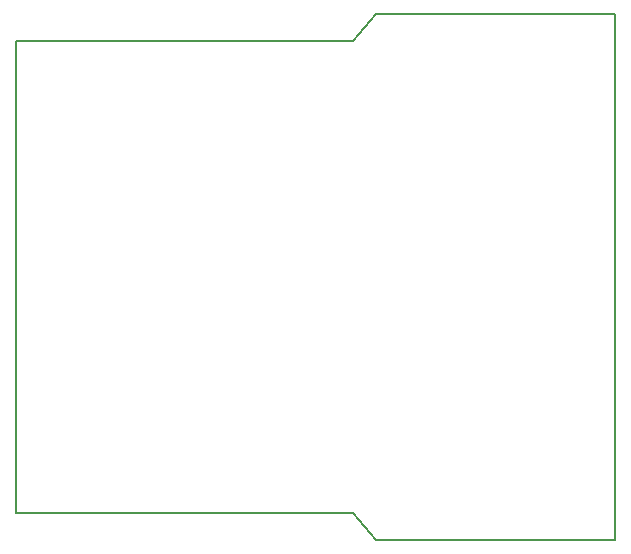
<source format=gbr>
%TF.GenerationSoftware,KiCad,Pcbnew,(6.0.0)*%
%TF.CreationDate,2022-04-26T02:16:27+02:00*%
%TF.ProjectId,Plug_Molex_microfit_3.0_To_Screew_v0.1,506c7567-5f4d-46f6-9c65-785f6d696372,rev?*%
%TF.SameCoordinates,Original*%
%TF.FileFunction,Profile,NP*%
%FSLAX46Y46*%
G04 Gerber Fmt 4.6, Leading zero omitted, Abs format (unit mm)*
G04 Created by KiCad (PCBNEW (6.0.0)) date 2022-04-26 02:16:27*
%MOMM*%
%LPD*%
G01*
G04 APERTURE LIST*
%TA.AperFunction,Profile*%
%ADD10C,0.150000*%
%TD*%
G04 APERTURE END LIST*
D10*
X127750000Y-66750000D02*
X107500000Y-66750000D01*
X107500000Y-66750000D02*
X105500000Y-69000000D01*
X105500000Y-69000000D02*
X77000000Y-69000000D01*
X77000000Y-69000000D02*
X77000000Y-109000000D01*
X77000000Y-109000000D02*
X105500000Y-109000000D01*
X105500000Y-109000000D02*
X107500000Y-111250000D01*
X107500000Y-111250000D02*
X127750000Y-111250000D01*
X127750000Y-111250000D02*
X127750000Y-66750000D01*
M02*

</source>
